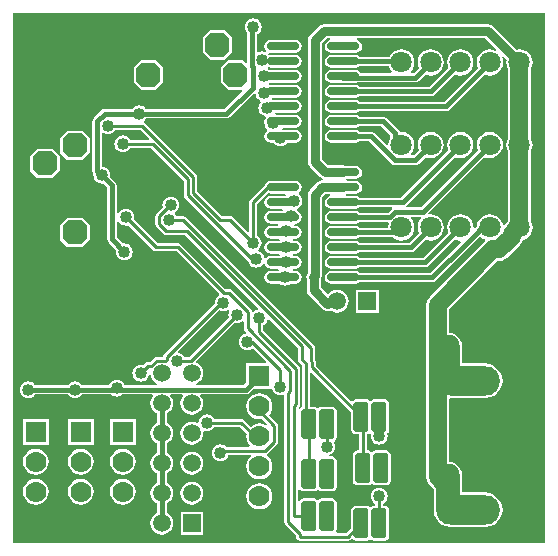
<source format=gbl>
%FSAX24Y24*%
%MOIN*%
G70*
G01*
G75*
G04 Layer_Physical_Order=2*
G04 Layer_Color=16711680*
%ADD10O,0.0787X0.0157*%
%ADD11R,0.0354X0.0276*%
G04:AMPARAMS|DCode=12|XSize=23.6mil|YSize=27.6mil|CornerRadius=3mil|HoleSize=0mil|Usage=FLASHONLY|Rotation=0.000|XOffset=0mil|YOffset=0mil|HoleType=Round|Shape=RoundedRectangle|*
%AMROUNDEDRECTD12*
21,1,0.0236,0.0217,0,0,0.0*
21,1,0.0177,0.0276,0,0,0.0*
1,1,0.0059,0.0089,-0.0108*
1,1,0.0059,-0.0089,-0.0108*
1,1,0.0059,-0.0089,0.0108*
1,1,0.0059,0.0089,0.0108*
%
%ADD12ROUNDEDRECTD12*%
%ADD13R,0.0276X0.0354*%
%ADD14R,0.0866X0.0787*%
%ADD15R,0.0512X0.0433*%
%ADD16R,0.0433X0.0512*%
%ADD17R,0.1181X0.0591*%
%ADD18R,0.0354X0.0827*%
%ADD19R,0.1260X0.0827*%
%ADD20C,0.0600*%
%ADD21C,0.0100*%
%ADD22C,0.0150*%
%ADD23R,0.0591X0.0591*%
%ADD24C,0.0591*%
%ADD25O,0.0787X0.2559*%
G04:AMPARAMS|DCode=26|XSize=157.5mil|YSize=118.1mil|CornerRadius=29.5mil|HoleSize=0mil|Usage=FLASHONLY|Rotation=0.000|XOffset=0mil|YOffset=0mil|HoleType=Round|Shape=RoundedRectangle|*
%AMROUNDEDRECTD26*
21,1,0.1575,0.0591,0,0,0.0*
21,1,0.0984,0.1181,0,0,0.0*
1,1,0.0591,0.0492,-0.0295*
1,1,0.0591,-0.0492,-0.0295*
1,1,0.0591,-0.0492,0.0295*
1,1,0.0591,0.0492,0.0295*
%
%ADD26ROUNDEDRECTD26*%
%ADD27O,0.0787X0.1969*%
%ADD28O,0.2126X0.0984*%
G04:AMPARAMS|DCode=29|XSize=236.2mil|YSize=98.4mil|CornerRadius=24.6mil|HoleSize=0mil|Usage=FLASHONLY|Rotation=0.000|XOffset=0mil|YOffset=0mil|HoleType=Round|Shape=RoundedRectangle|*
%AMROUNDEDRECTD29*
21,1,0.2362,0.0492,0,0,0.0*
21,1,0.1870,0.0984,0,0,0.0*
1,1,0.0492,0.0935,-0.0246*
1,1,0.0492,-0.0935,-0.0246*
1,1,0.0492,-0.0935,0.0246*
1,1,0.0492,0.0935,0.0246*
%
%ADD29ROUNDEDRECTD29*%
G04:AMPARAMS|DCode=30|XSize=82.7mil|YSize=82.7mil|CornerRadius=0mil|HoleSize=0mil|Usage=FLASHONLY|Rotation=270.000|XOffset=0mil|YOffset=0mil|HoleType=Round|Shape=Octagon|*
%AMOCTAGOND30*
4,1,8,-0.0207,-0.0413,0.0207,-0.0413,0.0413,-0.0207,0.0413,0.0207,0.0207,0.0413,-0.0207,0.0413,-0.0413,0.0207,-0.0413,-0.0207,-0.0207,-0.0413,0.0*
%
%ADD30OCTAGOND30*%

G04:AMPARAMS|DCode=31|XSize=82.7mil|YSize=82.7mil|CornerRadius=0mil|HoleSize=0mil|Usage=FLASHONLY|Rotation=180.000|XOffset=0mil|YOffset=0mil|HoleType=Round|Shape=Octagon|*
%AMOCTAGOND31*
4,1,8,-0.0413,0.0207,-0.0413,-0.0207,-0.0207,-0.0413,0.0207,-0.0413,0.0413,-0.0207,0.0413,0.0207,0.0207,0.0413,-0.0207,0.0413,-0.0413,0.0207,0.0*
%
%ADD31OCTAGOND31*%

%ADD32C,0.0709*%
%ADD33C,0.0600*%
%ADD34C,0.2500*%
%ADD35C,0.0700*%
%ADD36R,0.0700X0.0700*%
%ADD37R,0.0591X0.0591*%
%ADD38C,0.0500*%
%ADD39C,0.0400*%
%ADD40O,0.1083X0.0276*%
G04:AMPARAMS|DCode=41|XSize=50mil|YSize=100mil|CornerRadius=6.3mil|HoleSize=0mil|Usage=FLASHONLY|Rotation=180.000|XOffset=0mil|YOffset=0mil|HoleType=Round|Shape=RoundedRectangle|*
%AMROUNDEDRECTD41*
21,1,0.0500,0.0875,0,0,180.0*
21,1,0.0375,0.1000,0,0,180.0*
1,1,0.0125,-0.0188,0.0438*
1,1,0.0125,0.0188,0.0438*
1,1,0.0125,0.0188,-0.0438*
1,1,0.0125,-0.0188,-0.0438*
%
%ADD41ROUNDEDRECTD41*%
%ADD42C,0.0300*%
G36*
X017717Y000000D02*
X000000D01*
Y017650D01*
X017717D01*
Y000000D01*
D02*
G37*
%LPC*%
G36*
X002680Y004130D02*
X001820D01*
Y003270D01*
X002680D01*
Y004130D01*
D02*
G37*
G36*
X001180D02*
X000320D01*
Y003270D01*
X001180D01*
Y004130D01*
D02*
G37*
G36*
X004080D02*
X003220D01*
Y003270D01*
X004080D01*
Y004130D01*
D02*
G37*
G36*
X008200Y004984D02*
X008088Y004969D01*
X007983Y004926D01*
X007893Y004857D01*
X007824Y004767D01*
X007781Y004662D01*
X007766Y004550D01*
X007781Y004438D01*
X007824Y004333D01*
X007893Y004243D01*
X007983Y004174D01*
X008088Y004131D01*
X008200Y004116D01*
X008285Y004127D01*
X008447Y003965D01*
X008417Y003926D01*
X008312Y003969D01*
X008200Y003984D01*
X008088Y003969D01*
X007983Y003926D01*
X007915Y003873D01*
X007694Y004094D01*
X007651Y004122D01*
X007600Y004133D01*
X006698D01*
X006695Y004141D01*
X006650Y004200D01*
X006591Y004245D01*
X006523Y004273D01*
X006450Y004282D01*
X006377Y004273D01*
X006309Y004245D01*
X006250Y004200D01*
X006205Y004141D01*
X006177Y004073D01*
X006170Y004017D01*
X006164Y004010D01*
X006134Y003990D01*
X006119Y003986D01*
X006048Y004016D01*
X005950Y004029D01*
X005852Y004016D01*
X005761Y003978D01*
X005682Y003918D01*
X005622Y003839D01*
X005584Y003748D01*
X005571Y003650D01*
X005584Y003552D01*
X005622Y003461D01*
X005682Y003382D01*
X005761Y003322D01*
X005852Y003284D01*
X005950Y003271D01*
X006048Y003284D01*
X006139Y003322D01*
X006218Y003382D01*
X006278Y003461D01*
X006316Y003552D01*
X006329Y003650D01*
X006323Y003696D01*
X006368Y003731D01*
X006377Y003727D01*
X006450Y003718D01*
X006523Y003727D01*
X006591Y003755D01*
X006650Y003800D01*
X006695Y003859D01*
X006698Y003867D01*
X007545D01*
X007778Y003635D01*
X007766Y003550D01*
X007781Y003438D01*
X007824Y003333D01*
X007886Y003253D01*
X007872Y003203D01*
X007096D01*
X007041Y003245D01*
X006973Y003273D01*
X006900Y003282D01*
X006827Y003273D01*
X006759Y003245D01*
X006700Y003200D01*
X006655Y003141D01*
X006627Y003073D01*
X006618Y003000D01*
X006627Y002927D01*
X006655Y002859D01*
X006700Y002800D01*
X006759Y002755D01*
X006827Y002727D01*
X006900Y002718D01*
X006973Y002727D01*
X007041Y002755D01*
X007100Y002800D01*
X007145Y002859D01*
X007173Y002927D01*
X007174Y002937D01*
X007916D01*
X007933Y002887D01*
X007893Y002857D01*
X007824Y002767D01*
X007781Y002662D01*
X007766Y002550D01*
X007781Y002438D01*
X007824Y002333D01*
X007893Y002243D01*
X007983Y002174D01*
X008088Y002131D01*
X008200Y002116D01*
X008312Y002131D01*
X008417Y002174D01*
X008507Y002243D01*
X008576Y002333D01*
X008619Y002438D01*
X008634Y002550D01*
X008619Y002662D01*
X008576Y002767D01*
X008507Y002857D01*
X008454Y002897D01*
X008452Y002914D01*
X008461Y002955D01*
X008493Y002976D01*
X008794Y003277D01*
X008822Y003320D01*
X008833Y003371D01*
Y003900D01*
X008822Y003951D01*
X008794Y003994D01*
X008523Y004265D01*
X008576Y004333D01*
X008619Y004438D01*
X008634Y004550D01*
X008619Y004662D01*
X008576Y004767D01*
X008507Y004857D01*
X008417Y004926D01*
X008312Y004969D01*
X008200Y004984D01*
D02*
G37*
G36*
X000750Y002134D02*
X000638Y002119D01*
X000533Y002076D01*
X000443Y002007D01*
X000374Y001917D01*
X000331Y001812D01*
X000316Y001700D01*
X000331Y001588D01*
X000374Y001483D01*
X000443Y001393D01*
X000533Y001324D01*
X000638Y001281D01*
X000750Y001266D01*
X000862Y001281D01*
X000967Y001324D01*
X001057Y001393D01*
X001126Y001483D01*
X001169Y001588D01*
X001184Y001700D01*
X001169Y001812D01*
X001126Y001917D01*
X001057Y002007D01*
X000967Y002076D01*
X000862Y002119D01*
X000750Y002134D01*
D02*
G37*
G36*
X005950Y003029D02*
X005852Y003016D01*
X005761Y002978D01*
X005682Y002918D01*
X005622Y002839D01*
X005584Y002748D01*
X005571Y002650D01*
X005584Y002552D01*
X005622Y002461D01*
X005682Y002382D01*
X005761Y002322D01*
X005852Y002284D01*
X005950Y002271D01*
X006048Y002284D01*
X006139Y002322D01*
X006218Y002382D01*
X006278Y002461D01*
X006316Y002552D01*
X006329Y002650D01*
X006316Y002748D01*
X006278Y002839D01*
X006218Y002918D01*
X006139Y002978D01*
X006048Y003016D01*
X005950Y003029D01*
D02*
G37*
G36*
Y002029D02*
X005852Y002016D01*
X005761Y001978D01*
X005682Y001918D01*
X005622Y001839D01*
X005584Y001748D01*
X005571Y001650D01*
X005584Y001552D01*
X005622Y001461D01*
X005682Y001382D01*
X005761Y001322D01*
X005852Y001284D01*
X005950Y001271D01*
X006048Y001284D01*
X006139Y001322D01*
X006218Y001382D01*
X006278Y001461D01*
X006316Y001552D01*
X006329Y001650D01*
X006316Y001748D01*
X006278Y001839D01*
X006218Y001918D01*
X006139Y001978D01*
X006048Y002016D01*
X005950Y002029D01*
D02*
G37*
G36*
X003650Y002134D02*
X003538Y002119D01*
X003433Y002076D01*
X003343Y002007D01*
X003274Y001917D01*
X003231Y001812D01*
X003216Y001700D01*
X003231Y001588D01*
X003274Y001483D01*
X003343Y001393D01*
X003433Y001324D01*
X003538Y001281D01*
X003650Y001266D01*
X003762Y001281D01*
X003867Y001324D01*
X003957Y001393D01*
X004026Y001483D01*
X004069Y001588D01*
X004084Y001700D01*
X004069Y001812D01*
X004026Y001917D01*
X003957Y002007D01*
X003867Y002076D01*
X003762Y002119D01*
X003650Y002134D01*
D02*
G37*
G36*
X002250D02*
X002138Y002119D01*
X002033Y002076D01*
X001943Y002007D01*
X001874Y001917D01*
X001831Y001812D01*
X001816Y001700D01*
X001831Y001588D01*
X001874Y001483D01*
X001943Y001393D01*
X002033Y001324D01*
X002138Y001281D01*
X002250Y001266D01*
X002362Y001281D01*
X002467Y001324D01*
X002557Y001393D01*
X002626Y001483D01*
X002669Y001588D01*
X002684Y001700D01*
X002669Y001812D01*
X002626Y001917D01*
X002557Y002007D01*
X002467Y002076D01*
X002362Y002119D01*
X002250Y002134D01*
D02*
G37*
G36*
X003650Y003134D02*
X003538Y003119D01*
X003433Y003076D01*
X003343Y003007D01*
X003274Y002917D01*
X003231Y002812D01*
X003216Y002700D01*
X003231Y002588D01*
X003274Y002483D01*
X003343Y002393D01*
X003433Y002324D01*
X003538Y002281D01*
X003650Y002266D01*
X003762Y002281D01*
X003867Y002324D01*
X003957Y002393D01*
X004026Y002483D01*
X004069Y002588D01*
X004084Y002700D01*
X004069Y002812D01*
X004026Y002917D01*
X003957Y003007D01*
X003867Y003076D01*
X003762Y003119D01*
X003650Y003134D01*
D02*
G37*
G36*
X002250D02*
X002138Y003119D01*
X002033Y003076D01*
X001943Y003007D01*
X001874Y002917D01*
X001831Y002812D01*
X001816Y002700D01*
X001831Y002588D01*
X001874Y002483D01*
X001943Y002393D01*
X002033Y002324D01*
X002138Y002281D01*
X002250Y002266D01*
X002362Y002281D01*
X002467Y002324D01*
X002557Y002393D01*
X002626Y002483D01*
X002669Y002588D01*
X002684Y002700D01*
X002669Y002812D01*
X002626Y002917D01*
X002557Y003007D01*
X002467Y003076D01*
X002362Y003119D01*
X002250Y003134D01*
D02*
G37*
G36*
X000750D02*
X000638Y003119D01*
X000533Y003076D01*
X000443Y003007D01*
X000374Y002917D01*
X000331Y002812D01*
X000316Y002700D01*
X000331Y002588D01*
X000374Y002483D01*
X000443Y002393D01*
X000533Y002324D01*
X000638Y002281D01*
X000750Y002266D01*
X000862Y002281D01*
X000967Y002324D01*
X001057Y002393D01*
X001126Y002483D01*
X001169Y002588D01*
X001184Y002700D01*
X001169Y002812D01*
X001126Y002917D01*
X001057Y003007D01*
X000967Y003076D01*
X000862Y003119D01*
X000750Y003134D01*
D02*
G37*
G36*
X008200Y001984D02*
X008088Y001969D01*
X007983Y001926D01*
X007893Y001857D01*
X007824Y001767D01*
X007781Y001662D01*
X007766Y001550D01*
X007781Y001438D01*
X007824Y001333D01*
X007893Y001243D01*
X007983Y001174D01*
X008088Y001131D01*
X008200Y001116D01*
X008312Y001131D01*
X008417Y001174D01*
X008507Y001243D01*
X008576Y001333D01*
X008619Y001438D01*
X008634Y001550D01*
X008619Y001662D01*
X008576Y001767D01*
X008507Y001857D01*
X008417Y001926D01*
X008312Y001969D01*
X008200Y001984D01*
D02*
G37*
G36*
X013916Y016449D02*
X013802Y016434D01*
X013697Y016390D01*
X013606Y016320D01*
X013536Y016230D01*
X013493Y016124D01*
X013478Y016011D01*
X013493Y015897D01*
X013518Y015836D01*
X013341Y015659D01*
X013262D01*
X013248Y015709D01*
X013311Y015792D01*
X013355Y015897D01*
X013370Y016011D01*
X013355Y016124D01*
X013311Y016230D01*
X013241Y016320D01*
X013151Y016390D01*
X013045Y016434D01*
X012931Y016449D01*
X012818Y016434D01*
X012712Y016390D01*
X012622Y016320D01*
X012552Y016230D01*
X012543Y016208D01*
X011563D01*
X011492Y016255D01*
X011407Y016272D01*
X010600D01*
X010515Y016255D01*
X010443Y016207D01*
X010395Y016135D01*
X010378Y016050D01*
X010395Y015965D01*
X010443Y015893D01*
X010515Y015845D01*
X010600Y015828D01*
X011407D01*
X011492Y015845D01*
X011563Y015892D01*
X012511D01*
X012552Y015792D01*
X012615Y015709D01*
X012601Y015659D01*
X011596D01*
X011565Y015707D01*
X011492Y015755D01*
X011407Y015772D01*
X010600D01*
X010515Y015755D01*
X010443Y015707D01*
X010395Y015635D01*
X010378Y015550D01*
X010395Y015465D01*
X010443Y015393D01*
X010515Y015345D01*
X010600Y015328D01*
X011407D01*
X011485Y015343D01*
X013406D01*
X013467Y015355D01*
X013518Y015390D01*
X013741Y015613D01*
X013802Y015587D01*
X013916Y015573D01*
X014029Y015587D01*
X014135Y015631D01*
X014226Y015701D01*
X014295Y015792D01*
X014339Y015897D01*
X014354Y016011D01*
X014339Y016124D01*
X014295Y016230D01*
X014226Y016320D01*
X014135Y016390D01*
X014029Y016434D01*
X013916Y016449D01*
D02*
G37*
G36*
X014900D02*
X014787Y016434D01*
X014681Y016390D01*
X014590Y016320D01*
X014521Y016230D01*
X014477Y016124D01*
X014462Y016011D01*
X014477Y015897D01*
X014502Y015836D01*
X013874Y015208D01*
X011563D01*
X011492Y015255D01*
X011407Y015272D01*
X010600D01*
X010515Y015255D01*
X010443Y015207D01*
X010395Y015135D01*
X010378Y015050D01*
X010395Y014965D01*
X010443Y014893D01*
X010515Y014845D01*
X010600Y014828D01*
X011407D01*
X011492Y014845D01*
X011563Y014892D01*
X013939D01*
X014000Y014904D01*
X014051Y014938D01*
X014726Y015613D01*
X014787Y015587D01*
X014900Y015573D01*
X015013Y015587D01*
X015119Y015631D01*
X015210Y015701D01*
X015279Y015792D01*
X015323Y015897D01*
X015338Y016011D01*
X015323Y016124D01*
X015279Y016230D01*
X015210Y016320D01*
X015119Y016390D01*
X015013Y016434D01*
X014900Y016449D01*
D02*
G37*
G36*
X004752Y016093D02*
X004259D01*
X004012Y015847D01*
Y015353D01*
X004259Y015107D01*
X004752D01*
X004999Y015353D01*
Y015847D01*
X004752Y016093D01*
D02*
G37*
G36*
X015829Y017285D02*
X010350D01*
X010260Y017267D01*
X010184Y017216D01*
X009884Y016916D01*
X009833Y016840D01*
X009815Y016750D01*
Y012700D01*
X009833Y012610D01*
X009884Y012534D01*
X010234Y012184D01*
X010309Y012135D01*
X010309Y012131D01*
X010300Y012085D01*
X010300D01*
X010210Y012067D01*
X010134Y012016D01*
X009884Y011766D01*
X009833Y011690D01*
X009815Y011600D01*
Y008988D01*
X009783Y008940D01*
X009765Y008850D01*
X009776Y008797D01*
Y008418D01*
X009794Y008328D01*
X009845Y008252D01*
X010293Y007804D01*
X010369Y007753D01*
X010459Y007735D01*
X010499D01*
X010574Y007750D01*
X010611Y007722D01*
X010702Y007684D01*
X010800Y007671D01*
X010898Y007684D01*
X010989Y007722D01*
X011068Y007782D01*
X011128Y007861D01*
X011166Y007952D01*
X011179Y008050D01*
X011166Y008148D01*
X011128Y008239D01*
X011068Y008318D01*
X010989Y008378D01*
X010898Y008416D01*
X010800Y008429D01*
X010702Y008416D01*
X010618Y008381D01*
X010600Y008377D01*
X010554Y008347D01*
X010524Y008326D01*
X010524Y008326D01*
X010479Y008282D01*
X010245Y008515D01*
Y008778D01*
X010267Y008810D01*
X010285Y008900D01*
X010285Y008900D01*
Y011503D01*
X010397Y011616D01*
X010562D01*
X010567Y011566D01*
X010515Y011555D01*
X010443Y011507D01*
X010395Y011435D01*
X010378Y011350D01*
X010395Y011265D01*
X010443Y011193D01*
X010515Y011145D01*
X010600Y011128D01*
X011407D01*
X011492Y011145D01*
X011563Y011192D01*
X012609D01*
X012624Y011142D01*
X012609Y011132D01*
X012485Y011008D01*
X011563D01*
X011492Y011055D01*
X011407Y011072D01*
X010600D01*
X010515Y011055D01*
X010443Y011007D01*
X010395Y010935D01*
X010378Y010850D01*
X010395Y010765D01*
X010443Y010693D01*
X010515Y010645D01*
X010600Y010628D01*
X011407D01*
X011492Y010645D01*
X011563Y010692D01*
X012492D01*
X012519Y010650D01*
X012508Y010624D01*
X012493Y010511D01*
X012491Y010508D01*
X011563D01*
X011492Y010555D01*
X011407Y010572D01*
X010600D01*
X010515Y010555D01*
X010443Y010507D01*
X010395Y010435D01*
X010378Y010350D01*
X010395Y010265D01*
X010443Y010193D01*
X010515Y010145D01*
X010600Y010128D01*
X011407D01*
X011492Y010145D01*
X011563Y010192D01*
X012633D01*
X012712Y010131D01*
X012818Y010087D01*
X012931Y010073D01*
X013045Y010087D01*
X013151Y010131D01*
X013241Y010201D01*
X013311Y010292D01*
X013355Y010397D01*
X013370Y010511D01*
X013355Y010624D01*
X013311Y010730D01*
X013248Y010812D01*
X013262Y010862D01*
X013578D01*
X013591Y010843D01*
X013599Y010812D01*
X013536Y010730D01*
X013493Y010624D01*
X013478Y010511D01*
X013493Y010397D01*
X013518Y010336D01*
X013190Y010008D01*
X011563D01*
X011492Y010055D01*
X011407Y010072D01*
X010600D01*
X010515Y010055D01*
X010443Y010007D01*
X010395Y009935D01*
X010378Y009850D01*
X010395Y009765D01*
X010443Y009693D01*
X010515Y009645D01*
X010600Y009628D01*
X011407D01*
X011492Y009645D01*
X011563Y009692D01*
X013255D01*
X013316Y009704D01*
X013367Y009738D01*
X013741Y010113D01*
X013802Y010087D01*
X013916Y010073D01*
X014029Y010087D01*
X014135Y010131D01*
X014226Y010201D01*
X014295Y010292D01*
X014339Y010397D01*
X014354Y010511D01*
X014339Y010624D01*
X014295Y010730D01*
X014226Y010820D01*
X014135Y010890D01*
X014029Y010934D01*
X013916Y010949D01*
X013859Y010941D01*
X013836Y010989D01*
X015710Y012863D01*
X015771Y012837D01*
X015884Y012823D01*
X015998Y012837D01*
X016103Y012881D01*
X016194Y012951D01*
X016264Y013042D01*
X016307Y013147D01*
X016322Y013261D01*
X016307Y013374D01*
X016264Y013480D01*
X016194Y013570D01*
X016103Y013640D01*
X015998Y013684D01*
X015884Y013699D01*
X015771Y013684D01*
X015665Y013640D01*
X015574Y013570D01*
X015505Y013480D01*
X015461Y013374D01*
X015446Y013261D01*
X015461Y013147D01*
X015486Y013086D01*
X013578Y011178D01*
X013101D01*
X013086Y011228D01*
X013101Y011238D01*
X014726Y012863D01*
X014787Y012837D01*
X014900Y012823D01*
X015013Y012837D01*
X015119Y012881D01*
X015210Y012951D01*
X015279Y013042D01*
X015323Y013147D01*
X015338Y013261D01*
X015323Y013374D01*
X015279Y013480D01*
X015210Y013570D01*
X015119Y013640D01*
X015013Y013684D01*
X014900Y013699D01*
X014787Y013684D01*
X014681Y013640D01*
X014590Y013570D01*
X014521Y013480D01*
X014477Y013374D01*
X014462Y013261D01*
X014477Y013147D01*
X014502Y013086D01*
X012924Y011508D01*
X011563D01*
X011492Y011555D01*
X011407Y011572D01*
X011098D01*
X011079Y011622D01*
X011086Y011628D01*
X011407D01*
X011492Y011645D01*
X011565Y011693D01*
X011613Y011765D01*
X011630Y011850D01*
X011613Y011935D01*
X011565Y012007D01*
X011492Y012055D01*
X011407Y012072D01*
X011116D01*
X011097Y012122D01*
X011103Y012128D01*
X011407D01*
X011492Y012145D01*
X011565Y012193D01*
X011613Y012265D01*
X011630Y012350D01*
X011613Y012435D01*
X011565Y012507D01*
X011492Y012555D01*
X011407Y012572D01*
X011066D01*
X011004Y012585D01*
X010497D01*
X010285Y012797D01*
Y016653D01*
X010447Y016816D01*
X010562D01*
X010567Y016766D01*
X010515Y016755D01*
X010443Y016707D01*
X010395Y016635D01*
X010378Y016550D01*
X010395Y016465D01*
X010443Y016393D01*
X010515Y016345D01*
X010600Y016328D01*
X011407D01*
X011492Y016345D01*
X011565Y016393D01*
X011613Y016465D01*
X011630Y016550D01*
X011613Y016635D01*
X011565Y016707D01*
X011492Y016755D01*
X011441Y016766D01*
X011445Y016816D01*
X015732D01*
X016103Y016444D01*
X016075Y016402D01*
X015998Y016434D01*
X015884Y016449D01*
X015771Y016434D01*
X015665Y016390D01*
X015574Y016320D01*
X015505Y016230D01*
X015461Y016124D01*
X015446Y016011D01*
X015461Y015897D01*
X015486Y015836D01*
X014358Y014708D01*
X011563D01*
X011492Y014755D01*
X011407Y014772D01*
X010600D01*
X010515Y014755D01*
X010443Y014707D01*
X010395Y014635D01*
X010378Y014550D01*
X010395Y014465D01*
X010443Y014393D01*
X010515Y014345D01*
X010600Y014328D01*
X011407D01*
X011492Y014345D01*
X011563Y014392D01*
X014424D01*
X014484Y014404D01*
X014535Y014438D01*
X015710Y015613D01*
X015771Y015587D01*
X015884Y015573D01*
X015998Y015587D01*
X016103Y015631D01*
X016194Y015701D01*
X016264Y015792D01*
X016307Y015897D01*
X016322Y016011D01*
X016307Y016124D01*
X016275Y016201D01*
X016318Y016230D01*
X016443Y016105D01*
X016430Y016011D01*
X016445Y015897D01*
X016485Y015801D01*
Y013470D01*
X016445Y013374D01*
X016430Y013261D01*
X016445Y013147D01*
X016485Y013051D01*
Y010720D01*
X016477Y010700D01*
X016363Y010586D01*
X016310Y010602D01*
X016307Y010624D01*
X016264Y010730D01*
X016194Y010820D01*
X016103Y010890D01*
X015998Y010934D01*
X015884Y010949D01*
X015771Y010934D01*
X015665Y010890D01*
X015574Y010820D01*
X015505Y010730D01*
X015461Y010624D01*
X015454Y010571D01*
X015383Y010500D01*
X015336Y010524D01*
X015323Y010624D01*
X015279Y010730D01*
X015210Y010820D01*
X015119Y010890D01*
X015013Y010934D01*
X014900Y010949D01*
X014787Y010934D01*
X014681Y010890D01*
X014590Y010820D01*
X014521Y010730D01*
X014477Y010624D01*
X014462Y010511D01*
X014477Y010397D01*
X014502Y010336D01*
X013674Y009508D01*
X011563D01*
X011492Y009555D01*
X011407Y009572D01*
X010600D01*
X010515Y009555D01*
X010443Y009507D01*
X010395Y009435D01*
X010378Y009350D01*
X010395Y009265D01*
X010443Y009193D01*
X010515Y009145D01*
X010600Y009128D01*
X011407D01*
X011492Y009145D01*
X011563Y009192D01*
X013739D01*
X013800Y009204D01*
X013851Y009238D01*
X014726Y010113D01*
X014787Y010087D01*
X014887Y010074D01*
X014911Y010028D01*
X013891Y009008D01*
X011563D01*
X011492Y009055D01*
X011407Y009072D01*
X010600D01*
X010515Y009055D01*
X010443Y009007D01*
X010395Y008935D01*
X010378Y008850D01*
X010395Y008765D01*
X010443Y008693D01*
X010515Y008645D01*
X010600Y008628D01*
X011407D01*
X011492Y008645D01*
X011563Y008692D01*
X013957D01*
X014017Y008704D01*
X014068Y008738D01*
X015213Y009883D01*
X015223Y009890D01*
X015521Y010188D01*
X015521Y010188D01*
X015569Y010200D01*
X015575Y010200D01*
X015665Y010131D01*
X015718Y010109D01*
X015726Y010052D01*
X015719Y010047D01*
X013879Y008207D01*
X013818Y008128D01*
X013780Y008035D01*
X013767Y007936D01*
Y005600D01*
Y002180D01*
X013780Y002081D01*
X013818Y001989D01*
X013879Y001909D01*
X014012Y001776D01*
Y001106D01*
X014012Y001100D01*
X014012Y001094D01*
Y001053D01*
X014029Y000929D01*
X014076Y000814D01*
X014152Y000715D01*
X014178Y000695D01*
X014181Y000692D01*
X014300Y000600D01*
X014439Y000543D01*
X014589Y000523D01*
X015730D01*
X015880Y000543D01*
X016019Y000600D01*
X016138Y000692D01*
X016230Y000811D01*
X016288Y000951D01*
X016307Y001100D01*
X016288Y001249D01*
X016230Y001389D01*
X016138Y001508D01*
X016019Y001600D01*
X015880Y001657D01*
X015730Y001677D01*
X014968D01*
Y002234D01*
X014952Y002358D01*
X014904Y002473D01*
X014828Y002572D01*
X014729Y002648D01*
X014614Y002695D01*
X014533Y002706D01*
Y004792D01*
X014571Y004825D01*
X014589Y004823D01*
X015730D01*
X015880Y004843D01*
X016019Y004900D01*
X016138Y004992D01*
X016230Y005111D01*
X016288Y005251D01*
X016307Y005400D01*
X016288Y005549D01*
X016230Y005689D01*
X016138Y005808D01*
X016019Y005900D01*
X015880Y005957D01*
X015730Y005977D01*
X014968D01*
Y006534D01*
X014952Y006658D01*
X014904Y006773D01*
X014828Y006872D01*
X014729Y006948D01*
X014614Y006995D01*
X014533Y007006D01*
Y007777D01*
X016149Y009393D01*
X016188D01*
X016288Y009406D01*
X016380Y009444D01*
X016459Y009505D01*
X016890Y009935D01*
X016951Y010015D01*
X016981Y010087D01*
X016982Y010087D01*
X017088Y010131D01*
X017178Y010201D01*
X017248Y010292D01*
X017292Y010397D01*
X017307Y010511D01*
X017292Y010624D01*
X017252Y010720D01*
Y013051D01*
X017292Y013147D01*
X017307Y013261D01*
X017292Y013374D01*
X017252Y013470D01*
Y015801D01*
X017292Y015897D01*
X017307Y016011D01*
X017292Y016124D01*
X017248Y016230D01*
X017178Y016320D01*
X017088Y016390D01*
X016982Y016434D01*
X016869Y016449D01*
X016774Y016436D01*
X015995Y017216D01*
X015919Y017267D01*
X015829Y017285D01*
D02*
G37*
G36*
X008000Y017482D02*
X007927Y017473D01*
X007859Y017445D01*
X007800Y017400D01*
X007755Y017341D01*
X007727Y017273D01*
X007718Y017200D01*
X007727Y017127D01*
X007755Y017059D01*
X007792Y017011D01*
Y016272D01*
X007787Y016247D01*
Y016024D01*
X007741Y016005D01*
X007652Y016093D01*
X007159D01*
X006912Y015847D01*
Y015353D01*
X007159Y015107D01*
X007612D01*
X007633Y015057D01*
X007035Y014458D01*
X004432D01*
X004400Y014500D01*
X004341Y014545D01*
X004273Y014573D01*
X004200Y014582D01*
X004127Y014573D01*
X004059Y014545D01*
X004000Y014500D01*
X003968Y014458D01*
X003048D01*
X002987Y014446D01*
X002936Y014412D01*
X002683Y014159D01*
X002649Y014108D01*
X002637Y014047D01*
Y012405D01*
X002649Y012345D01*
X002672Y012310D01*
X002664Y012253D01*
X002674Y012180D01*
X002702Y012112D01*
X002747Y012053D01*
X002806Y012009D01*
X002874Y011980D01*
X002947Y011971D01*
X002999Y011978D01*
X003129Y011848D01*
Y010113D01*
X003141Y010053D01*
X003175Y010001D01*
X003424Y009752D01*
X003418Y009700D01*
X003427Y009627D01*
X003455Y009559D01*
X003500Y009500D01*
X003559Y009455D01*
X003627Y009427D01*
X003700Y009418D01*
X003773Y009427D01*
X003841Y009455D01*
X003900Y009500D01*
X003945Y009559D01*
X003973Y009627D01*
X003982Y009700D01*
X003973Y009773D01*
X003945Y009841D01*
X003900Y009900D01*
X003841Y009945D01*
X003773Y009973D01*
X003700Y009982D01*
X003648Y009976D01*
X003445Y010179D01*
Y010724D01*
X003495Y010734D01*
X003505Y010709D01*
X003550Y010650D01*
X003609Y010605D01*
X003677Y010577D01*
X003750Y010568D01*
X003823Y010577D01*
X003832Y010581D01*
X004659Y009754D01*
X004702Y009725D01*
X004752Y009715D01*
X005443D01*
X006864Y008294D01*
X006850Y008238D01*
X006800Y008200D01*
X006755Y008141D01*
X006727Y008073D01*
X006718Y008000D01*
X006721Y007975D01*
X005026Y006280D01*
X004998Y006237D01*
X004992Y006208D01*
X004774D01*
X004723Y006198D01*
X004680Y006169D01*
X004544Y006033D01*
X004500D01*
X004449Y006022D01*
X004406Y005994D01*
X004332Y005919D01*
X004323Y005923D01*
X004250Y005932D01*
X004177Y005923D01*
X004109Y005895D01*
X004050Y005850D01*
X004005Y005791D01*
X003977Y005723D01*
X003968Y005650D01*
X003977Y005577D01*
X004005Y005509D01*
X004050Y005450D01*
X004109Y005405D01*
X004177Y005377D01*
X004250Y005368D01*
X004323Y005377D01*
X004391Y005405D01*
X004450Y005450D01*
X004495Y005509D01*
X004523Y005577D01*
X004527Y005607D01*
X004577D01*
X004584Y005552D01*
X004622Y005461D01*
X004682Y005382D01*
X004761Y005322D01*
X004794Y005308D01*
X004784Y005258D01*
X003708D01*
X003695Y005291D01*
X003650Y005350D01*
X003591Y005395D01*
X003523Y005423D01*
X003450Y005432D01*
X003377Y005423D01*
X003309Y005395D01*
X003250Y005350D01*
X003205Y005291D01*
X003192Y005258D01*
X002281D01*
X002250Y005300D01*
X002191Y005345D01*
X002123Y005373D01*
X002050Y005382D01*
X001977Y005373D01*
X001909Y005345D01*
X001850Y005300D01*
X001819Y005258D01*
X000731D01*
X000700Y005300D01*
X000641Y005345D01*
X000573Y005373D01*
X000500Y005382D01*
X000427Y005373D01*
X000359Y005345D01*
X000300Y005300D01*
X000255Y005241D01*
X000227Y005173D01*
X000218Y005100D01*
X000227Y005027D01*
X000255Y004959D01*
X000300Y004900D01*
X000359Y004855D01*
X000427Y004827D01*
X000500Y004818D01*
X000573Y004827D01*
X000641Y004855D01*
X000700Y004900D01*
X000732Y004942D01*
X001818D01*
X001850Y004900D01*
X001909Y004855D01*
X001977Y004827D01*
X002050Y004818D01*
X002123Y004827D01*
X002191Y004855D01*
X002250Y004900D01*
X002282Y004942D01*
X003261D01*
X003309Y004905D01*
X003377Y004877D01*
X003450Y004868D01*
X003523Y004877D01*
X003591Y004905D01*
X003639Y004942D01*
X004638D01*
X004663Y004892D01*
X004622Y004839D01*
X004584Y004748D01*
X004571Y004650D01*
X004584Y004552D01*
X004622Y004461D01*
X004682Y004382D01*
X004761Y004322D01*
X004792Y004309D01*
Y003991D01*
X004761Y003978D01*
X004682Y003918D01*
X004622Y003839D01*
X004584Y003748D01*
X004571Y003650D01*
X004584Y003552D01*
X004622Y003461D01*
X004682Y003382D01*
X004761Y003322D01*
X004792Y003309D01*
Y002991D01*
X004761Y002978D01*
X004682Y002918D01*
X004622Y002839D01*
X004584Y002748D01*
X004571Y002650D01*
X004584Y002552D01*
X004622Y002461D01*
X004682Y002382D01*
X004761Y002322D01*
X004792Y002309D01*
Y001991D01*
X004761Y001978D01*
X004682Y001918D01*
X004622Y001839D01*
X004584Y001748D01*
X004571Y001650D01*
X004584Y001552D01*
X004622Y001461D01*
X004682Y001382D01*
X004761Y001322D01*
X004792Y001309D01*
Y000991D01*
X004761Y000978D01*
X004682Y000918D01*
X004622Y000839D01*
X004584Y000748D01*
X004571Y000650D01*
X004584Y000552D01*
X004622Y000461D01*
X004682Y000382D01*
X004761Y000322D01*
X004852Y000284D01*
X004950Y000271D01*
X005048Y000284D01*
X005139Y000322D01*
X005218Y000382D01*
X005278Y000461D01*
X005316Y000552D01*
X005329Y000650D01*
X005316Y000748D01*
X005278Y000839D01*
X005218Y000918D01*
X005139Y000978D01*
X005108Y000991D01*
Y001309D01*
X005139Y001322D01*
X005218Y001382D01*
X005278Y001461D01*
X005316Y001552D01*
X005329Y001650D01*
X005316Y001748D01*
X005278Y001839D01*
X005218Y001918D01*
X005139Y001978D01*
X005108Y001991D01*
Y002309D01*
X005139Y002322D01*
X005218Y002382D01*
X005278Y002461D01*
X005316Y002552D01*
X005329Y002650D01*
X005316Y002748D01*
X005278Y002839D01*
X005218Y002918D01*
X005139Y002978D01*
X005108Y002991D01*
Y003309D01*
X005139Y003322D01*
X005218Y003382D01*
X005278Y003461D01*
X005316Y003552D01*
X005329Y003650D01*
X005316Y003748D01*
X005278Y003839D01*
X005218Y003918D01*
X005139Y003978D01*
X005108Y003991D01*
Y004309D01*
X005139Y004322D01*
X005218Y004382D01*
X005278Y004461D01*
X005316Y004552D01*
X005329Y004650D01*
X005316Y004748D01*
X005278Y004839D01*
X005237Y004892D01*
X005262Y004942D01*
X005638D01*
X005663Y004892D01*
X005622Y004839D01*
X005584Y004748D01*
X005571Y004650D01*
X005584Y004552D01*
X005622Y004461D01*
X005682Y004382D01*
X005761Y004322D01*
X005852Y004284D01*
X005950Y004271D01*
X006048Y004284D01*
X006139Y004322D01*
X006218Y004382D01*
X006278Y004461D01*
X006316Y004552D01*
X006329Y004650D01*
X006316Y004748D01*
X006278Y004839D01*
X006237Y004892D01*
X006262Y004942D01*
X007750D01*
X007811Y004954D01*
X007862Y004989D01*
X007994Y005120D01*
X008630D01*
X008630Y005120D01*
Y005120D01*
X008648Y005077D01*
X008655Y005059D01*
X008700Y005000D01*
X008759Y004955D01*
X008827Y004927D01*
X008900Y004918D01*
X008973Y004927D01*
X008996Y004937D01*
X009037Y004909D01*
Y000683D01*
X009048Y000632D01*
X009076Y000589D01*
X009417Y000248D01*
Y000200D01*
X009428Y000149D01*
X009456Y000106D01*
X009499Y000078D01*
X009550Y000067D01*
X011150D01*
X011201Y000078D01*
X011244Y000106D01*
X011257Y000119D01*
X011307Y000115D01*
X011310Y000110D01*
X011357Y000078D01*
X011413Y000067D01*
X011788D01*
X011843Y000078D01*
X011890Y000110D01*
X011910D01*
X011957Y000078D01*
X012013Y000067D01*
X012388D01*
X012443Y000078D01*
X012490Y000110D01*
X012522Y000157D01*
X012533Y000213D01*
Y001088D01*
X012522Y001143D01*
X012490Y001190D01*
X012443Y001222D01*
X012388Y001233D01*
X012333D01*
Y001302D01*
X012341Y001305D01*
X012400Y001350D01*
X012445Y001409D01*
X012473Y001477D01*
X012482Y001550D01*
X012473Y001623D01*
X012445Y001691D01*
X012400Y001750D01*
X012341Y001795D01*
X012273Y001823D01*
X012200Y001832D01*
X012127Y001823D01*
X012059Y001795D01*
X012000Y001750D01*
X011955Y001691D01*
X011927Y001623D01*
X011918Y001550D01*
X011927Y001477D01*
X011955Y001409D01*
X012000Y001350D01*
X012059Y001305D01*
X012067Y001302D01*
Y001233D01*
X012013D01*
X011957Y001222D01*
X011910Y001190D01*
X011890D01*
X011843Y001222D01*
X011788Y001233D01*
X011413D01*
X011357Y001222D01*
X011310Y001190D01*
X011278Y001143D01*
X011267Y001088D01*
Y000505D01*
X011095Y000333D01*
X010782D01*
X010755Y000383D01*
X010772Y000407D01*
X010783Y000463D01*
Y001338D01*
X010772Y001393D01*
X010740Y001440D01*
X010693Y001472D01*
X010638Y001483D01*
X010263D01*
X010207Y001472D01*
X010160Y001440D01*
X010140D01*
X010093Y001472D01*
X010037Y001483D01*
X009663D01*
X009607Y001472D01*
X009560Y001440D01*
X009533Y001400D01*
X009508Y001400D01*
X009483Y001408D01*
Y001792D01*
X009508Y001800D01*
X009533Y001801D01*
X009560Y001760D01*
X009607Y001728D01*
X009663Y001717D01*
X010037D01*
X010093Y001728D01*
X010140Y001760D01*
X010160D01*
X010207Y001728D01*
X010263Y001717D01*
X010638D01*
X010693Y001728D01*
X010740Y001760D01*
X010772Y001807D01*
X010783Y001863D01*
Y002738D01*
X010772Y002793D01*
X010740Y002840D01*
X010693Y002872D01*
X010638Y002883D01*
X010547D01*
X010537Y002933D01*
X010591Y002955D01*
X010650Y003000D01*
X010695Y003059D01*
X010723Y003127D01*
X010732Y003200D01*
X010723Y003273D01*
X010700Y003329D01*
X010697Y003348D01*
X010717Y003394D01*
X010740Y003410D01*
X010772Y003457D01*
X010783Y003512D01*
Y004387D01*
X010772Y004443D01*
X010740Y004490D01*
X010693Y004522D01*
X010638Y004533D01*
X010263D01*
X010207Y004522D01*
X010160Y004490D01*
X010140D01*
X010093Y004522D01*
X010037Y004533D01*
X009903D01*
Y005645D01*
X009949Y005664D01*
X011267Y004345D01*
Y003762D01*
X011278Y003707D01*
X011310Y003660D01*
X011357Y003628D01*
X011413Y003617D01*
X011517D01*
Y003083D01*
X011463D01*
X011407Y003072D01*
X011360Y003040D01*
X011328Y002993D01*
X011317Y002937D01*
Y002062D01*
X011328Y002007D01*
X011360Y001960D01*
X011407Y001928D01*
X011463Y001917D01*
X011838D01*
X011893Y001928D01*
X011940Y001960D01*
X011960D01*
X012007Y001928D01*
X012063Y001917D01*
X012438D01*
X012493Y001928D01*
X012540Y001960D01*
X012572Y002007D01*
X012583Y002062D01*
Y002937D01*
X012572Y002993D01*
X012540Y003040D01*
X012493Y003072D01*
X012438Y003083D01*
X012063D01*
X012007Y003072D01*
X011960Y003040D01*
X011940D01*
X011893Y003072D01*
X011838Y003083D01*
X011783D01*
Y003617D01*
X011788D01*
X011843Y003628D01*
X011890Y003660D01*
X011931Y003631D01*
X011927Y003623D01*
X011918Y003550D01*
X011927Y003477D01*
X011955Y003409D01*
X012000Y003350D01*
X012059Y003305D01*
X012127Y003277D01*
X012200Y003268D01*
X012273Y003277D01*
X012341Y003305D01*
X012400Y003350D01*
X012445Y003409D01*
X012473Y003477D01*
X012482Y003550D01*
X012473Y003623D01*
X012465Y003643D01*
X012490Y003660D01*
X012522Y003707D01*
X012533Y003762D01*
Y004638D01*
X012522Y004693D01*
X012490Y004740D01*
X012443Y004772D01*
X012388Y004783D01*
X012013D01*
X011957Y004772D01*
X011910Y004740D01*
X011890D01*
X011843Y004772D01*
X011788Y004783D01*
X011413D01*
X011357Y004772D01*
X011310Y004740D01*
X011307Y004736D01*
X011257Y004731D01*
X010083Y005905D01*
Y006035D01*
X010072Y006086D01*
X010058Y006108D01*
Y006496D01*
X010047Y006547D01*
X010019Y006590D01*
X005765Y010844D01*
X005722Y010872D01*
X005671Y010883D01*
X005448D01*
X005445Y010891D01*
X005400Y010950D01*
X005390Y010957D01*
X005400Y011012D01*
X005450Y011050D01*
X005495Y011109D01*
X005523Y011177D01*
X005532Y011250D01*
X005523Y011323D01*
X005495Y011391D01*
X005450Y011450D01*
X005391Y011495D01*
X005323Y011523D01*
X005250Y011532D01*
X005177Y011523D01*
X005109Y011495D01*
X005050Y011450D01*
X005005Y011391D01*
X004977Y011323D01*
X004968Y011250D01*
X004977Y011181D01*
X004776Y010980D01*
X004748Y010937D01*
X004737Y010887D01*
Y010613D01*
X004748Y010563D01*
X004776Y010520D01*
X005010Y010286D01*
X005053Y010258D01*
X005103Y010247D01*
X005732D01*
X008157Y007822D01*
X008141Y007775D01*
X008127Y007773D01*
X008059Y007745D01*
X008000Y007700D01*
X008000Y007700D01*
X007949Y007715D01*
X007942Y007747D01*
X007914Y007790D01*
X007280Y008424D01*
X007237Y008452D01*
X007187Y008463D01*
X007070D01*
X005591Y009941D01*
X005548Y009970D01*
X005498Y009980D01*
X004807D01*
X004019Y010768D01*
X004023Y010777D01*
X004032Y010850D01*
X004023Y010923D01*
X003995Y010991D01*
X003950Y011050D01*
X003891Y011095D01*
X003823Y011123D01*
X003750Y011132D01*
X003677Y011123D01*
X003609Y011095D01*
X003550Y011050D01*
X003505Y010991D01*
X003495Y010966D01*
X003445Y010976D01*
Y011913D01*
X003433Y011974D01*
X003399Y012025D01*
X003222Y012201D01*
X003229Y012253D01*
X003220Y012326D01*
X003191Y012394D01*
X003147Y012453D01*
X003088Y012498D01*
X003020Y012526D01*
X002953Y012535D01*
Y013642D01*
X002998Y013664D01*
X003009Y013655D01*
X003077Y013627D01*
X003150Y013618D01*
X003223Y013627D01*
X003291Y013655D01*
X003350Y013700D01*
X003395Y013759D01*
X003398Y013767D01*
X004250D01*
X004538Y013479D01*
X004519Y013433D01*
X003898D01*
X003895Y013441D01*
X003850Y013500D01*
X003791Y013545D01*
X003723Y013573D01*
X003650Y013582D01*
X003577Y013573D01*
X003509Y013545D01*
X003450Y013500D01*
X003405Y013441D01*
X003377Y013373D01*
X003368Y013300D01*
X003377Y013227D01*
X003405Y013159D01*
X003450Y013100D01*
X003509Y013055D01*
X003577Y013027D01*
X003650Y013018D01*
X003723Y013027D01*
X003791Y013055D01*
X003850Y013100D01*
X003895Y013159D01*
X003898Y013167D01*
X004595D01*
X005687Y012075D01*
Y011580D01*
X005698Y011529D01*
X005726Y011486D01*
X007826Y009387D01*
X007827Y009377D01*
X007855Y009309D01*
X007900Y009250D01*
X007959Y009205D01*
X008027Y009177D01*
X008100Y009168D01*
X008173Y009177D01*
X008241Y009205D01*
X008300Y009250D01*
X008331Y009291D01*
X008385Y009279D01*
X008387Y009265D01*
X008436Y009193D01*
X008508Y009145D01*
X008593Y009128D01*
X008815D01*
X008841Y009078D01*
X008836Y009072D01*
X008593D01*
X008508Y009055D01*
X008436Y009007D01*
X008387Y008935D01*
X008370Y008850D01*
X008387Y008765D01*
X008436Y008693D01*
X008508Y008645D01*
X008593Y008628D01*
X008879D01*
X008909Y008605D01*
X008977Y008577D01*
X009050Y008568D01*
X009123Y008577D01*
X009191Y008605D01*
X009221Y008628D01*
X009400D01*
X009485Y008645D01*
X009557Y008693D01*
X009605Y008765D01*
X009622Y008850D01*
X009605Y008935D01*
X009557Y009007D01*
X009485Y009055D01*
X009400Y009072D01*
X009335D01*
X009309Y009122D01*
X009314Y009128D01*
X009400D01*
X009485Y009145D01*
X009557Y009193D01*
X009605Y009265D01*
X009622Y009350D01*
X009605Y009435D01*
X009557Y009507D01*
X009485Y009555D01*
X009400Y009572D01*
X009327D01*
X009310Y009616D01*
X009320Y009628D01*
X009400D01*
X009485Y009645D01*
X009557Y009693D01*
X009605Y009765D01*
X009622Y009850D01*
X009605Y009935D01*
X009557Y010007D01*
X009485Y010055D01*
X009400Y010072D01*
X009314D01*
X009309Y010078D01*
X009335Y010128D01*
X009400D01*
X009485Y010145D01*
X009557Y010193D01*
X009605Y010265D01*
X009622Y010350D01*
X009605Y010435D01*
X009557Y010507D01*
X009485Y010555D01*
X009400Y010572D01*
X009368D01*
X009364Y010574D01*
X009362Y010578D01*
X009391Y010628D01*
X009400D01*
X009485Y010645D01*
X009557Y010693D01*
X009605Y010765D01*
X009622Y010850D01*
X009605Y010935D01*
X009557Y011007D01*
X009485Y011055D01*
X009460Y011098D01*
X009466Y011128D01*
X009475Y011143D01*
X009485Y011145D01*
X009557Y011193D01*
X009605Y011265D01*
X009612Y011300D01*
X009623Y011327D01*
X009632Y011400D01*
X009623Y011473D01*
X009595Y011541D01*
X009550Y011600D01*
X009530Y011615D01*
X009532Y011676D01*
X009557Y011693D01*
X009605Y011765D01*
X009622Y011850D01*
X009605Y011935D01*
X009557Y012007D01*
X009485Y012055D01*
X009400Y012072D01*
X008593D01*
X008508Y012055D01*
X008436Y012007D01*
X008387Y011935D01*
X008385Y011922D01*
X007901Y011438D01*
X007872Y011395D01*
X007862Y011345D01*
Y010385D01*
X007816Y010366D01*
X007325Y010857D01*
X007282Y010886D01*
X007231Y010896D01*
X006946D01*
X006133Y011709D01*
Y012205D01*
X006122Y012255D01*
X006094Y012298D01*
X004398Y013994D01*
X004367Y014015D01*
X004361Y014057D01*
X004363Y014072D01*
X004400Y014100D01*
X004432Y014142D01*
X007100D01*
X007160Y014154D01*
X007212Y014188D01*
X008018Y014995D01*
X008071Y014976D01*
X008077Y014927D01*
X008105Y014859D01*
X008150Y014800D01*
X008209Y014755D01*
X008230Y014747D01*
X008237Y014730D01*
X008241Y014688D01*
X008205Y014641D01*
X008177Y014573D01*
X008168Y014500D01*
X008177Y014427D01*
X008205Y014359D01*
X008250Y014300D01*
X008309Y014255D01*
X008377Y014227D01*
X008388Y014226D01*
X008412Y014172D01*
X008387Y014135D01*
X008370Y014050D01*
X008373Y014039D01*
X008368Y014000D01*
X008377Y013927D01*
X008405Y013859D01*
X008450Y013800D01*
X008467Y013788D01*
X008464Y013726D01*
X008436Y013707D01*
X008387Y013635D01*
X008370Y013550D01*
X008387Y013465D01*
X008436Y013393D01*
X008508Y013345D01*
X008593Y013328D01*
X008679D01*
X008700Y013300D01*
X008759Y013255D01*
X008827Y013227D01*
X008900Y013218D01*
X008973Y013227D01*
X009041Y013255D01*
X009100Y013300D01*
X009121Y013328D01*
X009400D01*
X009485Y013345D01*
X009557Y013393D01*
X009605Y013465D01*
X009622Y013550D01*
X009605Y013635D01*
X009557Y013707D01*
X009485Y013755D01*
X009400Y013772D01*
X008983D01*
X008972Y013778D01*
X008984Y013828D01*
X009400D01*
X009485Y013845D01*
X009557Y013893D01*
X009605Y013965D01*
X009622Y014050D01*
X009605Y014135D01*
X009557Y014207D01*
X009485Y014255D01*
X009400Y014272D01*
X008747D01*
X008719Y014311D01*
X008717Y014324D01*
X008720Y014328D01*
X009400D01*
X009485Y014345D01*
X009557Y014393D01*
X009605Y014465D01*
X009622Y014550D01*
X009605Y014635D01*
X009557Y014707D01*
X009485Y014755D01*
X009400Y014772D01*
X008638D01*
X008611Y014822D01*
X008615Y014828D01*
X009400D01*
X009485Y014845D01*
X009557Y014893D01*
X009605Y014965D01*
X009622Y015050D01*
X009605Y015135D01*
X009557Y015207D01*
X009485Y015255D01*
X009400Y015272D01*
X008593D01*
X008533Y015260D01*
X008523Y015267D01*
X008522Y015329D01*
X008535Y015339D01*
X008593Y015328D01*
X009400D01*
X009485Y015345D01*
X009557Y015393D01*
X009605Y015465D01*
X009622Y015550D01*
X009605Y015635D01*
X009557Y015707D01*
X009485Y015755D01*
X009400Y015772D01*
X008593D01*
X008535Y015761D01*
X008497Y015790D01*
X008494Y015817D01*
X008498Y015846D01*
X008503Y015848D01*
X008508Y015845D01*
X008593Y015828D01*
X009400D01*
X009485Y015845D01*
X009557Y015893D01*
X009605Y015965D01*
X009622Y016050D01*
X009605Y016135D01*
X009557Y016207D01*
X009485Y016255D01*
X009400Y016272D01*
X008593D01*
X008536Y016261D01*
X008505Y016298D01*
X008509Y016312D01*
X008528Y016341D01*
X008593Y016328D01*
X009400D01*
X009485Y016345D01*
X009557Y016393D01*
X009605Y016465D01*
X009622Y016550D01*
X009605Y016635D01*
X009557Y016707D01*
X009485Y016755D01*
X009400Y016772D01*
X008593D01*
X008508Y016755D01*
X008436Y016707D01*
X008387Y016635D01*
X008370Y016550D01*
X008387Y016465D01*
X008428Y016404D01*
X008398Y016362D01*
X008373Y016373D01*
X008300Y016382D01*
X008227Y016373D01*
X008159Y016345D01*
X008153Y016340D01*
X008108Y016362D01*
Y016942D01*
X008141Y016955D01*
X008200Y017000D01*
X008245Y017059D01*
X008273Y017127D01*
X008282Y017200D01*
X008273Y017273D01*
X008245Y017341D01*
X008200Y017400D01*
X008141Y017445D01*
X008073Y017473D01*
X008000Y017482D01*
D02*
G37*
G36*
X007052Y017093D02*
X006559D01*
X006312Y016847D01*
Y016353D01*
X006559Y016107D01*
X007052D01*
X007299Y016353D01*
Y016847D01*
X007052Y017093D01*
D02*
G37*
G36*
X002297Y010838D02*
X001803D01*
X001557Y010591D01*
Y010098D01*
X001803Y009851D01*
X002297D01*
X002543Y010098D01*
Y010591D01*
X002297Y010838D01*
D02*
G37*
G36*
X006325Y001025D02*
X005575D01*
Y000275D01*
X006325D01*
Y001025D01*
D02*
G37*
G36*
X012175Y008425D02*
X011425D01*
Y007675D01*
X012175D01*
Y008425D01*
D02*
G37*
G36*
X011407Y014272D02*
X010600D01*
X010515Y014255D01*
X010443Y014207D01*
X010395Y014135D01*
X010378Y014050D01*
X010395Y013965D01*
X010443Y013893D01*
X010515Y013845D01*
X010600Y013828D01*
X011407D01*
X011492Y013845D01*
X011563Y013892D01*
X012260D01*
X012572Y013580D01*
Y013506D01*
X012552Y013480D01*
X012508Y013374D01*
X012495Y013271D01*
X012450Y013246D01*
X012034Y013662D01*
X011982Y013696D01*
X011922Y013708D01*
X011563D01*
X011492Y013755D01*
X011407Y013772D01*
X010600D01*
X010515Y013755D01*
X010443Y013707D01*
X010395Y013635D01*
X010378Y013550D01*
X010395Y013465D01*
X010443Y013393D01*
X010515Y013345D01*
X010600Y013328D01*
X011407D01*
X011492Y013345D01*
X011563Y013392D01*
X011856D01*
X012609Y012640D01*
X012660Y012605D01*
X012721Y012593D01*
X013406D01*
X013467Y012605D01*
X013518Y012640D01*
X013741Y012863D01*
X013802Y012837D01*
X013916Y012823D01*
X014029Y012837D01*
X014135Y012881D01*
X014226Y012951D01*
X014295Y013042D01*
X014339Y013147D01*
X014354Y013261D01*
X014339Y013374D01*
X014295Y013480D01*
X014226Y013570D01*
X014135Y013640D01*
X014029Y013684D01*
X013916Y013699D01*
X013802Y013684D01*
X013697Y013640D01*
X013606Y013570D01*
X013536Y013480D01*
X013493Y013374D01*
X013478Y013261D01*
X013493Y013147D01*
X013518Y013086D01*
X013341Y012909D01*
X013262D01*
X013248Y012959D01*
X013311Y013042D01*
X013355Y013147D01*
X013370Y013261D01*
X013355Y013374D01*
X013311Y013480D01*
X013241Y013570D01*
X013151Y013640D01*
X013045Y013684D01*
X012931Y013699D01*
X012879Y013692D01*
X012876Y013705D01*
X012842Y013757D01*
X012437Y014162D01*
X012386Y014196D01*
X012325Y014208D01*
X011563D01*
X011492Y014255D01*
X011407Y014272D01*
D02*
G37*
G36*
X002297Y013738D02*
X001803D01*
X001557Y013491D01*
Y012998D01*
X001803Y012751D01*
X002297D01*
X002543Y012998D01*
Y013491D01*
X002297Y013738D01*
D02*
G37*
G36*
X001297Y013138D02*
X000803D01*
X000557Y012891D01*
Y012398D01*
X000803Y012151D01*
X001297D01*
X001543Y012398D01*
Y012891D01*
X001297Y013138D01*
D02*
G37*
%LPD*%
G36*
X007206Y007742D02*
X007205Y007741D01*
X007177Y007673D01*
X007168Y007600D01*
X007177Y007527D01*
X007181Y007518D01*
X005870Y006208D01*
X005774D01*
X005723Y006198D01*
X005695Y006191D01*
X005650Y006250D01*
X005591Y006295D01*
X005523Y006323D01*
X005509Y006325D01*
X005493Y006372D01*
X006871Y007750D01*
X006927Y007727D01*
X007000Y007718D01*
X007073Y007727D01*
X007141Y007755D01*
X007171Y007778D01*
X007206Y007742D01*
D02*
G37*
G36*
X008508Y011645D02*
X008593Y011628D01*
X009057D01*
X009084Y011578D01*
X009081Y011572D01*
X008593D01*
X008508Y011555D01*
X008436Y011507D01*
X008387Y011435D01*
X008370Y011350D01*
X008387Y011265D01*
X008436Y011193D01*
X008508Y011145D01*
X008593Y011128D01*
X008957D01*
X008984Y011078D01*
X008981Y011072D01*
X008593D01*
X008508Y011055D01*
X008436Y011007D01*
X008387Y010935D01*
X008370Y010850D01*
X008387Y010765D01*
X008436Y010693D01*
X008508Y010645D01*
X008593Y010628D01*
X008807D01*
X008834Y010578D01*
X008831Y010572D01*
X008593D01*
X008508Y010555D01*
X008436Y010507D01*
X008387Y010435D01*
X008370Y010350D01*
X008387Y010265D01*
X008436Y010193D01*
X008508Y010145D01*
X008593Y010128D01*
X008865D01*
X008891Y010078D01*
X008886Y010072D01*
X008593D01*
X008508Y010055D01*
X008436Y010007D01*
X008387Y009935D01*
X008370Y009850D01*
X008387Y009765D01*
X008436Y009693D01*
X008508Y009645D01*
X008593Y009628D01*
X008873D01*
X008890Y009584D01*
X008880Y009572D01*
X008593D01*
X008508Y009555D01*
X008436Y009507D01*
X008427Y009494D01*
X008375Y009506D01*
X008373Y009523D01*
X008345Y009591D01*
X008300Y009650D01*
X008241Y009695D01*
X008173Y009723D01*
X008161Y009775D01*
X008194Y009800D01*
X008239Y009859D01*
X008268Y009927D01*
X008277Y010000D01*
X008268Y010073D01*
X008239Y010141D01*
X008194Y010200D01*
X008136Y010245D01*
X008127Y010248D01*
Y011290D01*
X008492Y011655D01*
X008508Y011645D01*
D02*
G37*
G36*
X009487Y006492D02*
Y006110D01*
X009498Y006060D01*
X009526Y006017D01*
X009637Y005905D01*
Y004528D01*
X009607Y004522D01*
X009560Y004490D01*
X009548Y004472D01*
X009495Y004484D01*
X009492Y004505D01*
X009520Y004532D01*
X009548Y004575D01*
X009558Y004626D01*
Y005795D01*
X009548Y005846D01*
X009520Y005889D01*
X008333Y007076D01*
Y007252D01*
X008341Y007255D01*
X008400Y007300D01*
X008445Y007359D01*
X008473Y007427D01*
X008475Y007441D01*
X008522Y007457D01*
X009487Y006492D01*
D02*
G37*
G36*
X007687Y007373D02*
Y007147D01*
X007698Y007096D01*
X007726Y007053D01*
X007757Y007022D01*
X007741Y006975D01*
X007727Y006973D01*
X007659Y006945D01*
X007600Y006900D01*
X007555Y006841D01*
X007527Y006773D01*
X007518Y006700D01*
X007527Y006627D01*
X007555Y006559D01*
X007600Y006500D01*
X007659Y006455D01*
X007727Y006427D01*
X007800Y006418D01*
X007873Y006427D01*
X007941Y006455D01*
X007979Y006484D01*
X008436Y006026D01*
X008417Y005980D01*
X007770D01*
Y005343D01*
X007685Y005258D01*
X006116D01*
X006106Y005308D01*
X006139Y005322D01*
X006218Y005382D01*
X006278Y005461D01*
X006316Y005552D01*
X006329Y005650D01*
X006316Y005748D01*
X006278Y005839D01*
X006218Y005918D01*
X006139Y005978D01*
X006093Y005997D01*
X006083Y006046D01*
X007368Y007331D01*
X007377Y007327D01*
X007450Y007318D01*
X007523Y007327D01*
X007591Y007355D01*
X007637Y007391D01*
X007687Y007373D01*
D02*
G37*
D20*
X016869Y010511D02*
Y013261D01*
Y016011D01*
X014150Y002180D02*
X014490Y001840D01*
X015990Y009776D02*
X016188D01*
X016619Y010206D01*
Y010300D01*
X016829Y010511D01*
X016869D01*
X014150Y007936D02*
X015990Y009776D01*
X014150Y005600D02*
X014350Y005400D01*
X014150Y002180D02*
Y005600D01*
Y007936D01*
X014350Y005400D02*
X015750D01*
D21*
X008500Y011850D02*
X008996D01*
X007995Y011345D02*
X008500Y011850D01*
X007995Y010000D02*
Y011345D01*
X007950Y009450D02*
X008100D01*
X005671Y010750D02*
X009925Y006496D01*
X005787Y010380D02*
X009620Y006547D01*
X007231Y010763D02*
X007995Y010000D01*
X012200Y003550D02*
Y004200D01*
X010450Y002150D02*
X010500Y002100D01*
X012250Y002500D02*
Y002550D01*
X012300Y002600D01*
X010450Y000650D02*
Y001150D01*
Y003200D02*
Y003750D01*
X011150Y000200D02*
X011600Y000650D01*
X009550Y000200D02*
X011150D01*
X009550D02*
Y000303D01*
X009350Y000900D02*
X009850D01*
Y002300D02*
Y003950D01*
X011650Y002500D02*
Y004150D01*
X011600Y004200D02*
X011650Y004150D01*
X012200Y000650D02*
Y001550D01*
X009170Y000683D02*
X009550Y000303D01*
X006891Y010763D02*
X007231D01*
X006000Y011655D02*
X006891Y010763D01*
X005820Y011580D02*
Y012130D01*
Y011580D02*
X007950Y009450D01*
X004870Y010887D02*
X005233Y011250D01*
X005250D01*
X004870Y010613D02*
Y010887D01*
Y010613D02*
X005103Y010380D01*
X004752Y009848D02*
X005498D01*
X007015Y008330D01*
X007187D01*
X007820Y007147D02*
Y007697D01*
X007187Y008330D02*
X007820Y007697D01*
X006900Y003000D02*
X006970Y003070D01*
X004774Y006075D02*
X005075D01*
X004599Y005900D02*
X004774Y006075D01*
X004500Y005900D02*
X004599D01*
X004250Y005650D02*
X004500Y005900D01*
X008946Y016100D02*
X008996Y016050D01*
X008300Y016100D02*
X008946D01*
X005103Y010380D02*
X005787D01*
X005200Y010750D02*
X005671D01*
X009620Y006110D02*
Y006547D01*
Y006110D02*
X009770Y005960D01*
X009950Y005850D02*
X011600Y004200D01*
X009950Y005850D02*
Y006035D01*
X009925Y006060D02*
X009950Y006035D01*
X009925Y006060D02*
Y006496D01*
X009770Y004030D02*
X009850Y003950D01*
X005925Y006075D02*
X007450Y007600D01*
X005774Y006075D02*
X005925D01*
X005749Y006050D02*
X005774Y006075D01*
X005450Y006050D02*
X005749D01*
X005075Y006075D02*
X005120Y006120D01*
Y006187D01*
X006933Y008000D02*
X007000D01*
X005120Y006187D02*
X006933Y008000D01*
X007800Y006700D02*
X007950D01*
X008900Y005750D01*
Y005200D02*
Y005750D01*
X009230Y005063D02*
Y005737D01*
X009170Y005003D02*
X009230Y005063D01*
X009170Y000683D02*
Y005003D01*
X007820Y007147D02*
X009230Y005737D01*
X009770Y004030D02*
Y005960D01*
X008200Y007021D02*
X009426Y005795D01*
Y004626D02*
Y005795D01*
X009350Y004550D02*
X009426Y004626D01*
X008200Y007021D02*
Y007500D01*
X009350Y000900D02*
Y004550D01*
X007600Y004000D02*
X008050Y003550D01*
X006450Y004000D02*
X007600D01*
X008050Y004550D02*
X008700Y003900D01*
X006970Y003070D02*
X008399D01*
X008700Y003371D01*
Y003900D01*
X006000Y011655D02*
Y012205D01*
X003650Y013300D02*
X004650D01*
X005820Y012130D01*
X004305Y013900D02*
X006000Y012205D01*
X003150Y013900D02*
X004305D01*
X003750Y010850D02*
X004752Y009848D01*
D22*
X011004Y016050D02*
X012892D01*
X012931Y016011D01*
X011004Y015501D02*
Y015550D01*
X013406Y015501D02*
X013916Y016011D01*
X011004Y015501D02*
X013406D01*
X011004Y015050D02*
X013939D01*
X014900Y016011D01*
X011004Y014550D02*
X014424D01*
X015884Y016011D01*
X012730Y013462D02*
Y013645D01*
Y013462D02*
X012931Y013261D01*
X012325Y014050D02*
X012730Y013645D01*
X011004Y014050D02*
X012325D01*
X011004Y013550D02*
X011922D01*
X012721Y012751D01*
X013406D01*
X013916Y013261D01*
X011004Y011350D02*
X012989D01*
X014900Y013261D01*
X011004Y010850D02*
X012551D01*
X012721Y011020D01*
X013644D01*
X015884Y013261D01*
X011004Y010350D02*
X012771D01*
X012931Y010511D01*
X011004Y009850D02*
X013255D01*
X013916Y010511D01*
X015617D02*
X015884D01*
X011004Y009350D02*
X013739D01*
X011004Y008850D02*
X013957D01*
X013739Y009350D02*
X014900Y010511D01*
X013957Y008850D02*
X015108Y010001D01*
X015111D01*
X015409Y010300D01*
Y010303D01*
X015617Y010511D01*
X004200Y014300D02*
X007100D01*
X007974Y015174D01*
Y015871D01*
X007945Y015900D02*
X007974Y015871D01*
X007945Y015900D02*
Y016247D01*
X007950Y016252D01*
Y017150D01*
X008000Y017200D01*
X007750Y005100D02*
X008200Y005550D01*
X000500Y005100D02*
X000500Y005100D01*
X007750D01*
X004950Y000650D02*
Y001650D01*
Y002650D01*
Y003650D01*
Y004650D01*
X002795Y012405D02*
X002947Y012253D01*
X002795Y012405D02*
Y014047D01*
X003048Y014300D01*
X004200D01*
X003287Y010113D02*
X003700Y009700D01*
X003287Y010113D02*
Y011913D01*
X002947Y012253D02*
X003287Y011913D01*
D23*
X011800Y008050D02*
D03*
D24*
X010800D02*
D03*
X004950Y000650D02*
D03*
X005950Y001650D02*
D03*
X004950D02*
D03*
X005950Y002650D02*
D03*
X004950D02*
D03*
X005950Y003650D02*
D03*
X004950D02*
D03*
X005950Y004650D02*
D03*
X004950D02*
D03*
X005950Y005650D02*
D03*
X004950D02*
D03*
D25*
X016931Y002234D02*
D03*
Y006534D02*
D03*
D26*
X015750Y003494D02*
D03*
Y007794D02*
D03*
D27*
X014490Y001643D02*
D03*
Y005943D02*
D03*
D28*
X015159Y001100D02*
D03*
Y005400D02*
D03*
D29*
X016144Y003100D02*
D03*
Y007400D02*
D03*
D30*
X002050Y010344D02*
D03*
Y013244D02*
D03*
X001050Y012644D02*
D03*
X001026Y010859D02*
D03*
D31*
X004506Y015600D02*
D03*
X007406D02*
D03*
X006806Y016600D02*
D03*
X005020Y016624D02*
D03*
D32*
X012931Y010511D02*
D03*
X013916D02*
D03*
X014900D02*
D03*
X015884D02*
D03*
X016869D02*
D03*
X012931Y013261D02*
D03*
X013916D02*
D03*
X014900D02*
D03*
X015884D02*
D03*
X016869D02*
D03*
X012931Y016011D02*
D03*
X013916D02*
D03*
X014900D02*
D03*
X015884D02*
D03*
X016869D02*
D03*
D33*
X001222Y016831D02*
D03*
X002322D02*
D03*
X002872Y015878D02*
D03*
X002322Y014926D02*
D03*
X001222D02*
D03*
X000672Y015878D02*
D03*
X001222Y009154D02*
D03*
X002322D02*
D03*
X002872Y008201D02*
D03*
X002322Y007249D02*
D03*
X001222D02*
D03*
X000672Y008201D02*
D03*
D34*
X001772Y015878D02*
D03*
Y008201D02*
D03*
D35*
X003650Y000700D02*
D03*
X003650Y002700D02*
D03*
X003650Y001700D02*
D03*
X000750Y000700D02*
D03*
X000750Y002700D02*
D03*
X000750Y001700D02*
D03*
X002250Y000700D02*
D03*
X002250Y002700D02*
D03*
X002250Y001700D02*
D03*
X008200Y000550D02*
D03*
X008200Y001550D02*
D03*
X008200Y002550D02*
D03*
X008200Y004550D02*
D03*
X008200Y003550D02*
D03*
D36*
X003650Y003700D02*
D03*
X000750D02*
D03*
X002250D02*
D03*
X008200Y005550D02*
D03*
D37*
X005950Y000650D02*
D03*
D38*
X017150Y008650D02*
D03*
Y004650D02*
D03*
Y000650D02*
D03*
X016150Y014650D02*
D03*
X015650Y011650D02*
D03*
X016150Y004650D02*
D03*
X015150Y014650D02*
D03*
X013650Y001650D02*
D03*
X012650Y007650D02*
D03*
X013150Y006650D02*
D03*
Y004650D02*
D03*
Y002650D02*
D03*
Y000650D02*
D03*
X012150Y012650D02*
D03*
Y006650D02*
D03*
X009650Y007650D02*
D03*
X006650Y015650D02*
D03*
Y013650D02*
D03*
X007150Y000650D02*
D03*
X002650Y011650D02*
D03*
X001650D02*
D03*
X000650D02*
D03*
Y009650D02*
D03*
X001150Y006650D02*
D03*
X002450Y005650D02*
D03*
X003200Y013000D02*
D03*
X004450Y007500D02*
D03*
X003750Y010300D02*
D03*
D39*
X009350Y011400D02*
D03*
X009100Y009850D02*
D03*
X008100Y009450D02*
D03*
X007995Y010000D02*
D03*
X009100Y010400D02*
D03*
X009250Y010900D02*
D03*
X008350Y015000D02*
D03*
X008450Y014500D02*
D03*
X008650Y014000D02*
D03*
X008900Y013500D02*
D03*
X009100Y009350D02*
D03*
X009050Y008850D02*
D03*
X012200Y003550D02*
D03*
X010500Y002100D02*
D03*
X012300Y002600D02*
D03*
X010450Y001150D02*
D03*
Y003200D02*
D03*
X012200Y001550D02*
D03*
X005250Y011250D02*
D03*
X005200Y010750D02*
D03*
X007000Y008000D02*
D03*
X007450Y007600D02*
D03*
X004200Y014300D02*
D03*
X002947Y012253D02*
D03*
X000500Y005100D02*
D03*
X002050D02*
D03*
X003450Y005150D02*
D03*
X006900Y003000D02*
D03*
X004250Y005650D02*
D03*
X003700Y009700D02*
D03*
X008300Y016100D02*
D03*
X008350Y015550D02*
D03*
X008000Y017200D02*
D03*
X008200Y007500D02*
D03*
X007800Y006700D02*
D03*
X005450Y006050D02*
D03*
X008900Y005200D02*
D03*
X006450Y004000D02*
D03*
X003650Y013300D02*
D03*
X003150Y013900D02*
D03*
X003750Y010850D02*
D03*
D40*
X008996Y008850D02*
D03*
Y009350D02*
D03*
Y009850D02*
D03*
Y010350D02*
D03*
Y010850D02*
D03*
Y011350D02*
D03*
Y011850D02*
D03*
Y012350D02*
D03*
X011004Y008850D02*
D03*
Y009350D02*
D03*
Y009850D02*
D03*
Y010350D02*
D03*
Y010850D02*
D03*
Y011350D02*
D03*
Y011850D02*
D03*
Y012350D02*
D03*
X008996Y013550D02*
D03*
Y014050D02*
D03*
Y014550D02*
D03*
Y015050D02*
D03*
Y015550D02*
D03*
Y016050D02*
D03*
Y016550D02*
D03*
Y017050D02*
D03*
X011004Y013550D02*
D03*
Y014050D02*
D03*
Y014550D02*
D03*
Y015050D02*
D03*
Y015550D02*
D03*
Y016050D02*
D03*
Y016550D02*
D03*
Y017050D02*
D03*
D41*
X010450Y000900D02*
D03*
X009850D02*
D03*
X012200Y000650D02*
D03*
X011600D02*
D03*
X009850Y003950D02*
D03*
X010450D02*
D03*
X009850Y002300D02*
D03*
X010450D02*
D03*
X011600Y004200D02*
D03*
X012200D02*
D03*
X011650Y002500D02*
D03*
X012250D02*
D03*
D42*
X010499Y007970D02*
X010689Y008161D01*
X010800Y008050D01*
X010459Y007970D02*
X010499D01*
X010011Y008418D02*
X010459Y007970D01*
X010011Y008418D02*
Y008839D01*
X010000Y008850D02*
X010011Y008839D01*
X010000Y008850D02*
X010050Y008900D01*
Y011600D01*
X010300Y011850D01*
X011004D01*
X010050Y012700D02*
X010400Y012350D01*
X010050Y012700D02*
Y016750D01*
X010400Y012350D02*
X011004D01*
X010050Y016750D02*
X010350Y017050D01*
X015829D02*
X016869Y016011D01*
X010350Y017050D02*
X011004D01*
X015829D01*
M02*

</source>
